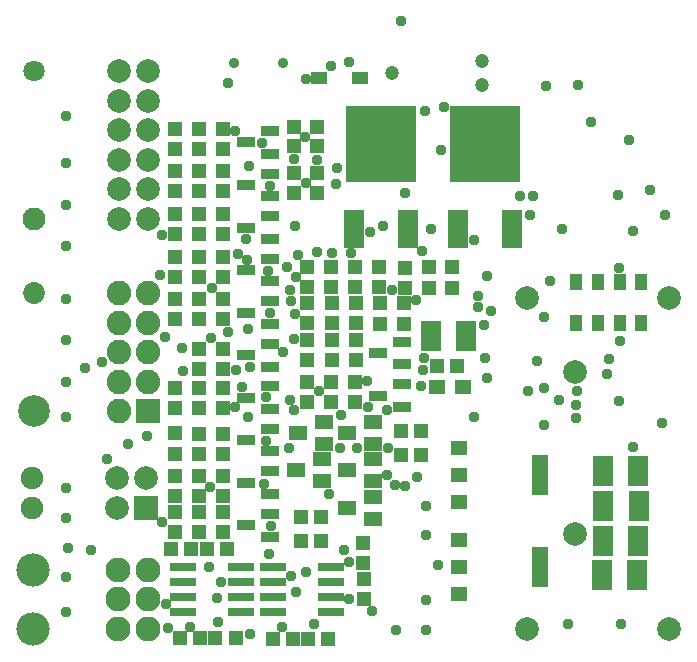
<source format=gbr>
G04 EAGLE Gerber RS-274X export*
G75*
%MOMM*%
%FSLAX34Y34*%
%LPD*%
%INSoldermask Bottom*%
%IPPOS*%
%AMOC8*
5,1,8,0,0,1.08239X$1,22.5*%
G01*
%ADD10R,1.203200X1.303200*%
%ADD11R,1.303200X1.203200*%
%ADD12R,1.803200X2.603200*%
%ADD13R,0.987100X1.330400*%
%ADD14R,1.553200X0.853200*%
%ADD15C,0.903200*%
%ADD16C,1.203200*%
%ADD17C,2.003200*%
%ADD18C,1.953200*%
%ADD19C,1.803200*%
%ADD20C,2.103200*%
%ADD21C,2.828200*%
%ADD22R,1.403200X1.203200*%
%ADD23R,2.003200X2.003200*%
%ADD24C,1.903200*%
%ADD25R,1.803200X3.203200*%
%ADD26R,6.003200X6.403200*%
%ADD27R,1.603200X1.203200*%
%ADD28R,1.203200X1.153200*%
%ADD29R,2.184400X0.762000*%
%ADD30R,1.453200X1.153200*%
%ADD31R,1.453200X3.403200*%
%ADD32R,2.078200X2.078200*%
%ADD33C,2.078200*%
%ADD34C,2.682109*%
%ADD35C,1.853200*%
%ADD36R,1.330400X0.987100*%
%ADD37C,0.959600*%


D10*
X203400Y324000D03*
X203400Y341000D03*
D11*
X159200Y93100D03*
X176200Y93100D03*
D10*
X203200Y360000D03*
X203200Y377000D03*
X315400Y270400D03*
X315400Y253400D03*
X314800Y217600D03*
X314800Y234600D03*
X356500Y301300D03*
X356500Y284300D03*
D11*
X353400Y173000D03*
X370400Y173000D03*
X353500Y193400D03*
X370500Y193400D03*
D10*
X336100Y301300D03*
X336100Y284300D03*
X203300Y229600D03*
X203300Y212600D03*
X182700Y246100D03*
X182700Y263100D03*
D11*
X384200Y248600D03*
X401200Y248600D03*
X206200Y93000D03*
X189200Y93000D03*
D10*
X335600Y314900D03*
X335600Y331900D03*
D12*
X409000Y273400D03*
X379000Y273400D03*
X523800Y71600D03*
X553800Y71600D03*
X524500Y100600D03*
X554500Y100600D03*
X525000Y129400D03*
X555000Y129400D03*
X524500Y159100D03*
X554500Y159100D03*
D10*
X202700Y154900D03*
X202700Y137900D03*
X315500Y301500D03*
X315500Y284500D03*
X203200Y191100D03*
X203200Y174100D03*
X203000Y413100D03*
X203000Y396100D03*
D13*
X538900Y285085D03*
X538900Y319515D03*
D14*
X242880Y195200D03*
X242880Y176000D03*
X222880Y185600D03*
X242900Y411230D03*
X242900Y392030D03*
X222900Y401630D03*
X354300Y232910D03*
X354300Y213710D03*
X334300Y223310D03*
D13*
X520400Y285085D03*
X520400Y319515D03*
X502100Y285085D03*
X502100Y319515D03*
D14*
X242980Y339200D03*
X242980Y320000D03*
X222980Y329600D03*
X242900Y267100D03*
X242900Y247900D03*
X222900Y257500D03*
X242880Y231100D03*
X242880Y211900D03*
X222880Y221500D03*
X354280Y269000D03*
X354280Y249800D03*
X334280Y259400D03*
X242900Y375200D03*
X242900Y356000D03*
X222900Y365600D03*
X242780Y159030D03*
X242780Y139830D03*
X222780Y149430D03*
D15*
X253850Y505300D03*
X212350Y505300D03*
D16*
X345900Y496500D03*
X422100Y486340D03*
X422100Y506660D03*
D17*
X139700Y372900D03*
X139700Y397900D03*
X139700Y422900D03*
X139700Y447900D03*
X139700Y472900D03*
X139700Y497900D03*
X114700Y372900D03*
X114700Y397900D03*
X114700Y422900D03*
X114700Y447900D03*
X114700Y472900D03*
X114700Y497900D03*
D18*
X42900Y372900D03*
D19*
X42900Y497900D03*
D20*
X139300Y25800D03*
X139300Y50800D03*
X139300Y75800D03*
X114300Y25800D03*
X114300Y50800D03*
X114300Y75800D03*
D21*
X42500Y75800D03*
X42500Y25800D03*
D17*
X501500Y243200D03*
X501500Y106200D03*
X460500Y25700D03*
X580500Y25700D03*
X580500Y305700D03*
X460500Y305700D03*
D22*
X384200Y230600D03*
X406200Y230600D03*
D23*
X138230Y128470D03*
D17*
X138230Y153470D03*
X113230Y153470D03*
X113230Y128470D03*
D24*
X41430Y153470D03*
X41430Y128470D03*
D25*
X447650Y364380D03*
D26*
X424800Y436170D03*
D25*
X401950Y364380D03*
X360050Y364280D03*
D26*
X337200Y436070D03*
D25*
X314350Y364280D03*
D27*
X307900Y127900D03*
X329900Y118400D03*
X329900Y137400D03*
X267000Y191800D03*
X289000Y182300D03*
X289000Y201300D03*
X307900Y191600D03*
X329900Y182100D03*
X329900Y201100D03*
X307700Y160300D03*
X329700Y150800D03*
X329700Y169800D03*
X265200Y160100D03*
X287200Y150600D03*
X287200Y169600D03*
D10*
X166500Y17700D03*
X183500Y17700D03*
D11*
X274300Y301600D03*
X274300Y284600D03*
X295100Y284600D03*
X295100Y301600D03*
X162700Y229600D03*
X162700Y212600D03*
X182900Y212600D03*
X182900Y229600D03*
X162100Y154900D03*
X162100Y137900D03*
X162600Y360100D03*
X162600Y377100D03*
X182700Y413200D03*
X182700Y396200D03*
X182900Y377000D03*
X182900Y360000D03*
X182400Y137900D03*
X182400Y154900D03*
X295100Y253400D03*
X295100Y270400D03*
D10*
X245200Y17600D03*
X262200Y17600D03*
D11*
X162400Y191200D03*
X162400Y174200D03*
X182700Y174100D03*
X182700Y191100D03*
X294700Y332000D03*
X294700Y315000D03*
X274400Y217600D03*
X274400Y234600D03*
X294600Y234600D03*
X294600Y217600D03*
D10*
X269400Y100500D03*
X286400Y100500D03*
X286400Y120900D03*
X269400Y120900D03*
D11*
X322000Y81700D03*
X322000Y98700D03*
D10*
X292200Y17600D03*
X275200Y17600D03*
D11*
X322200Y51400D03*
X322200Y68400D03*
X377200Y331800D03*
X377200Y314800D03*
X397400Y331800D03*
X397400Y314800D03*
X274600Y270400D03*
X274600Y253400D03*
D10*
X213700Y17700D03*
X196700Y17700D03*
D11*
X315200Y332000D03*
X315200Y315000D03*
X274300Y314900D03*
X274300Y331900D03*
X162600Y324000D03*
X162600Y341000D03*
X183100Y341000D03*
X183100Y324000D03*
X202900Y263100D03*
X202900Y246100D03*
X162400Y396200D03*
X162400Y413200D03*
X356900Y314700D03*
X356900Y331700D03*
D28*
X262900Y434300D03*
X262900Y450300D03*
X283000Y434300D03*
X283000Y450300D03*
D29*
X169362Y40150D03*
X169362Y52850D03*
X169362Y65550D03*
X169362Y78250D03*
X218638Y78250D03*
X218638Y65550D03*
X218638Y52850D03*
X218638Y40150D03*
X245362Y40050D03*
X245362Y52750D03*
X245362Y65450D03*
X245362Y78150D03*
X294638Y78150D03*
X294638Y65450D03*
X294638Y52750D03*
X294638Y40050D03*
D30*
X403100Y55400D03*
X403100Y78400D03*
X403100Y101400D03*
D31*
X471100Y78400D03*
D30*
X403100Y133000D03*
X403100Y156000D03*
X403100Y179000D03*
D31*
X471100Y156000D03*
D11*
X262800Y395100D03*
X262800Y412100D03*
X283100Y395100D03*
X283100Y412100D03*
D13*
X557400Y285085D03*
X557400Y319515D03*
D32*
X140000Y210000D03*
D33*
X140000Y235000D03*
X140000Y260000D03*
X140000Y285000D03*
X140000Y310000D03*
X115000Y210000D03*
X115000Y235000D03*
X115000Y260000D03*
X115000Y285000D03*
X115000Y310000D03*
D34*
X43200Y210000D03*
D35*
X43200Y310000D03*
D10*
X203200Y305100D03*
X203200Y288100D03*
D11*
X162600Y305100D03*
X162600Y288100D03*
X182900Y288100D03*
X182900Y305100D03*
D14*
X243000Y303200D03*
X243000Y284000D03*
X223000Y293600D03*
D10*
X203000Y432000D03*
X203000Y449000D03*
D11*
X162400Y432000D03*
X162400Y449000D03*
X182700Y449000D03*
X182700Y432000D03*
D14*
X242900Y447200D03*
X242900Y428000D03*
X222900Y437600D03*
D36*
X319015Y492400D03*
X284585Y492400D03*
D10*
X202800Y124500D03*
X202800Y107500D03*
D11*
X162100Y124500D03*
X162100Y107500D03*
X182400Y107600D03*
X182400Y124600D03*
D14*
X242700Y123100D03*
X242700Y103900D03*
X222700Y113500D03*
D37*
X72000Y94000D03*
X475100Y198700D03*
X475000Y230000D03*
X122900Y182300D03*
X426500Y238000D03*
X465300Y392500D03*
X430000Y295000D03*
X426700Y324800D03*
X155000Y46500D03*
X91400Y92300D03*
X138900Y188700D03*
X353900Y540100D03*
X537700Y393400D03*
X528200Y241700D03*
X225800Y21400D03*
X341600Y211100D03*
X302900Y206800D03*
X151700Y359500D03*
X70000Y460000D03*
X70000Y420000D03*
X70000Y385000D03*
X70000Y350000D03*
X70000Y305000D03*
X70000Y270000D03*
X70000Y235000D03*
X70000Y205000D03*
X70000Y145000D03*
X70000Y120000D03*
X70000Y70000D03*
X70000Y40000D03*
X264400Y367000D03*
X191000Y78500D03*
X260400Y70800D03*
X280000Y30000D03*
X350000Y25000D03*
X375000Y25000D03*
X375000Y50000D03*
X385000Y80000D03*
X375000Y105000D03*
X375000Y130000D03*
X495000Y30000D03*
X540000Y30000D03*
X575000Y200000D03*
X550000Y180000D03*
X469300Y252600D03*
X425000Y255000D03*
X480000Y320000D03*
X463300Y376600D03*
X546700Y439400D03*
X515000Y455000D03*
X327700Y361800D03*
X302500Y178900D03*
X239500Y222500D03*
X373500Y255300D03*
X299800Y415900D03*
X198900Y31700D03*
X156400Y26200D03*
X198300Y52200D03*
X260100Y312500D03*
X283100Y344900D03*
X311900Y343700D03*
X326100Y213400D03*
X241400Y329200D03*
X223700Y338500D03*
X104700Y169200D03*
X379600Y364200D03*
X305600Y92900D03*
X316400Y178900D03*
X390000Y468000D03*
X416000Y355000D03*
X388000Y431000D03*
X243000Y401000D03*
X207200Y277000D03*
X490000Y364000D03*
X550000Y363000D03*
X367000Y154000D03*
X310000Y506000D03*
X487400Y219800D03*
X239400Y184600D03*
X267000Y342000D03*
X244000Y113000D03*
X243000Y293000D03*
X325100Y235900D03*
X242000Y89000D03*
X168000Y264000D03*
X100296Y251996D03*
X193300Y272044D03*
X153700Y273100D03*
X226200Y247500D03*
X201800Y65538D03*
X174900Y27300D03*
X253000Y27700D03*
X264500Y56800D03*
X253900Y260600D03*
X370894Y231100D03*
X259800Y219800D03*
X257224Y332576D03*
X259200Y178896D03*
X348400Y147800D03*
X262900Y271200D03*
X224300Y279900D03*
X419196Y298308D03*
X419300Y307800D03*
X222824Y355812D03*
X225500Y417900D03*
X577000Y376000D03*
X329300Y40600D03*
X372800Y245300D03*
X501900Y204500D03*
X539100Y269500D03*
X264494Y323394D03*
X415800Y205300D03*
X357366Y394965D03*
X374000Y464000D03*
X168984Y244100D03*
X238000Y148574D03*
X366850Y304250D03*
X454600Y392700D03*
X338800Y366700D03*
X295800Y344000D03*
X357614Y146500D03*
X193600Y314400D03*
X263876Y292100D03*
X475000Y290076D03*
X371866Y345400D03*
X502300Y215400D03*
X215574Y343226D03*
X261000Y303000D03*
X283100Y422616D03*
X272377Y442077D03*
X262900Y423500D03*
X298700Y402100D03*
X273596Y403600D03*
X345994Y312700D03*
X213706Y244900D03*
X236300Y437200D03*
X342006Y156284D03*
X461476Y227400D03*
X192500Y146284D03*
X293100Y140100D03*
X263400Y211206D03*
X224024Y205076D03*
X564800Y397400D03*
X213600Y213500D03*
X284494Y226776D03*
X503000Y227000D03*
X530000Y254000D03*
X342552Y178952D03*
X273000Y74300D03*
X538400Y218300D03*
X538800Y331500D03*
X310100Y51300D03*
X309848Y82652D03*
X423800Y283000D03*
X504000Y486000D03*
X86676Y247000D03*
X207000Y487858D03*
X477000Y485000D03*
X219350Y230350D03*
X213306Y447000D03*
X150181Y325115D03*
X273600Y491100D03*
X294900Y502500D03*
X151724Y116076D03*
M02*

</source>
